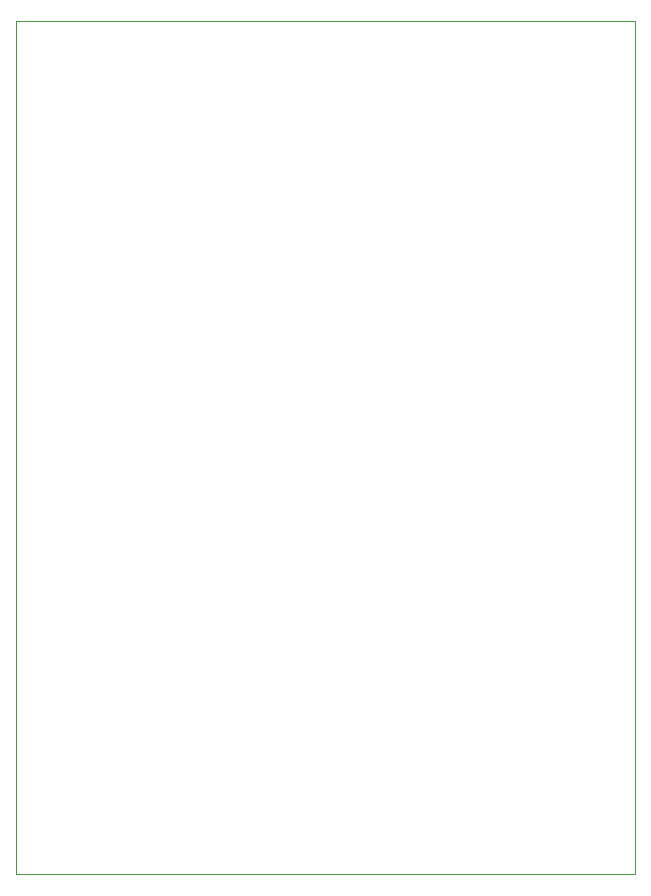
<source format=gbr>
%TF.GenerationSoftware,KiCad,Pcbnew,8.0.8*%
%TF.CreationDate,2025-04-15T11:04:33-05:00*%
%TF.ProjectId,PowerOnly,506f7765-724f-46e6-9c79-2e6b69636164,rev?*%
%TF.SameCoordinates,Original*%
%TF.FileFunction,Profile,NP*%
%FSLAX46Y46*%
G04 Gerber Fmt 4.6, Leading zero omitted, Abs format (unit mm)*
G04 Created by KiCad (PCBNEW 8.0.8) date 2025-04-15 11:04:33*
%MOMM*%
%LPD*%
G01*
G04 APERTURE LIST*
%TA.AperFunction,Profile*%
%ADD10C,0.050000*%
%TD*%
G04 APERTURE END LIST*
D10*
X123708000Y-44445000D02*
X176149000Y-44445000D01*
X176149000Y-116698000D01*
X123708000Y-116698000D01*
X123708000Y-44445000D01*
M02*

</source>
